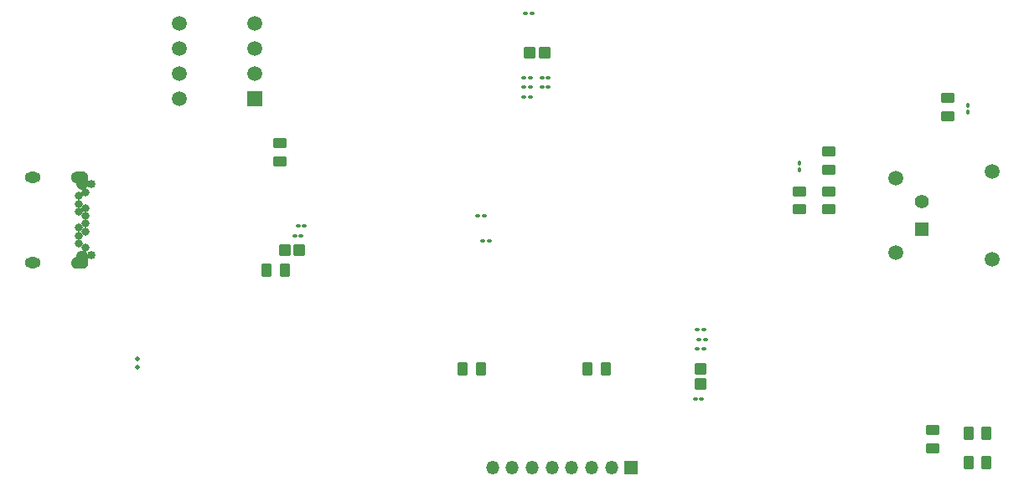
<source format=gbr>
%TF.GenerationSoftware,KiCad,Pcbnew,8.0.2*%
%TF.CreationDate,2025-01-28T20:19:24-08:00*%
%TF.ProjectId,design_revb_2chip,64657369-676e-45f7-9265-76625f326368,rev?*%
%TF.SameCoordinates,Original*%
%TF.FileFunction,Soldermask,Bot*%
%TF.FilePolarity,Negative*%
%FSLAX46Y46*%
G04 Gerber Fmt 4.6, Leading zero omitted, Abs format (unit mm)*
G04 Created by KiCad (PCBNEW 8.0.2) date 2025-01-28 20:19:24*
%MOMM*%
%LPD*%
G01*
G04 APERTURE LIST*
G04 Aperture macros list*
%AMRoundRect*
0 Rectangle with rounded corners*
0 $1 Rounding radius*
0 $2 $3 $4 $5 $6 $7 $8 $9 X,Y pos of 4 corners*
0 Add a 4 corners polygon primitive as box body*
4,1,4,$2,$3,$4,$5,$6,$7,$8,$9,$2,$3,0*
0 Add four circle primitives for the rounded corners*
1,1,$1+$1,$2,$3*
1,1,$1+$1,$4,$5*
1,1,$1+$1,$6,$7*
1,1,$1+$1,$8,$9*
0 Add four rect primitives between the rounded corners*
20,1,$1+$1,$2,$3,$4,$5,0*
20,1,$1+$1,$4,$5,$6,$7,0*
20,1,$1+$1,$6,$7,$8,$9,0*
20,1,$1+$1,$8,$9,$2,$3,0*%
G04 Aperture macros list end*
%ADD10C,0.010000*%
%ADD11C,0.499999*%
%ADD12C,0.850000*%
%ADD13C,0.804000*%
%ADD14O,1.604000X1.104000*%
%ADD15R,1.350000X1.350000*%
%ADD16O,1.350000X1.350000*%
%ADD17R,1.498600X1.498600*%
%ADD18C,1.498600*%
%ADD19RoundRect,0.102000X0.500000X0.485000X-0.500000X0.485000X-0.500000X-0.485000X0.500000X-0.485000X0*%
%ADD20RoundRect,0.250000X-0.262500X-0.450000X0.262500X-0.450000X0.262500X0.450000X-0.262500X0.450000X0*%
%ADD21RoundRect,0.250000X-0.450000X0.262500X-0.450000X-0.262500X0.450000X-0.262500X0.450000X0.262500X0*%
%ADD22RoundRect,0.250000X0.450000X-0.262500X0.450000X0.262500X-0.450000X0.262500X-0.450000X-0.262500X0*%
%ADD23RoundRect,0.100000X-0.130000X-0.100000X0.130000X-0.100000X0.130000X0.100000X-0.130000X0.100000X0*%
%ADD24RoundRect,0.100000X0.130000X0.100000X-0.130000X0.100000X-0.130000X-0.100000X0.130000X-0.100000X0*%
%ADD25RoundRect,0.100000X0.100000X-0.130000X0.100000X0.130000X-0.100000X0.130000X-0.100000X-0.130000X0*%
%ADD26RoundRect,0.102000X0.485000X-0.500000X0.485000X0.500000X-0.485000X0.500000X-0.485000X-0.500000X0*%
%ADD27RoundRect,0.250000X0.262500X0.450000X-0.262500X0.450000X-0.262500X-0.450000X0.262500X-0.450000X0*%
%ADD28R,1.400000X1.400000*%
%ADD29C,1.400000*%
%ADD30C,1.500000*%
G04 APERTURE END LIST*
D10*
%TO.C,J4*%
X159529000Y-69021000D02*
X159557000Y-69023000D01*
X159586000Y-69027000D01*
X159614000Y-69032000D01*
X159642000Y-69039000D01*
X159670000Y-69047000D01*
X159697000Y-69057000D01*
X159724000Y-69068000D01*
X159750000Y-69080000D01*
X159775000Y-69094000D01*
X159800000Y-69109000D01*
X159823000Y-69125000D01*
X159846000Y-69143000D01*
X159868000Y-69161000D01*
X159889000Y-69181000D01*
X159909000Y-69202000D01*
X159927000Y-69224000D01*
X159945000Y-69247000D01*
X159961000Y-69270000D01*
X159976000Y-69295000D01*
X159990000Y-69320000D01*
X160002000Y-69346000D01*
X160013000Y-69373000D01*
X160023000Y-69400000D01*
X160031000Y-69428000D01*
X160038000Y-69456000D01*
X160043000Y-69484000D01*
X160047000Y-69513000D01*
X160049000Y-69541000D01*
X160050000Y-69570000D01*
X160050000Y-70220000D01*
X160047000Y-70277000D01*
X160038000Y-70334000D01*
X160023000Y-70390000D01*
X160002000Y-70444000D01*
X159976000Y-70495000D01*
X159945000Y-70543000D01*
X159909000Y-70588000D01*
X159868000Y-70629000D01*
X159823000Y-70665000D01*
X159775000Y-70696000D01*
X159724000Y-70722000D01*
X159670000Y-70743000D01*
X159614000Y-70758000D01*
X159557000Y-70767000D01*
X159500000Y-70770000D01*
X159443000Y-70767000D01*
X159386000Y-70758000D01*
X159330000Y-70743000D01*
X159276000Y-70722000D01*
X159225000Y-70696000D01*
X159177000Y-70665000D01*
X159132000Y-70629000D01*
X159091000Y-70588000D01*
X159055000Y-70543000D01*
X159024000Y-70495000D01*
X158998000Y-70444000D01*
X158977000Y-70390000D01*
X158962000Y-70334000D01*
X158953000Y-70277000D01*
X158950000Y-70220000D01*
X158950000Y-70120000D01*
X158889000Y-70114000D01*
X158833000Y-70102000D01*
X158778000Y-70084000D01*
X158725000Y-70061000D01*
X158675000Y-70032000D01*
X158629000Y-69998000D01*
X158586000Y-69959000D01*
X158547000Y-69916000D01*
X158513000Y-69870000D01*
X158484000Y-69820000D01*
X158461000Y-69767000D01*
X158443000Y-69712000D01*
X158431000Y-69656000D01*
X158425000Y-69599000D01*
X158425000Y-69541000D01*
X158431000Y-69484000D01*
X158443000Y-69428000D01*
X158461000Y-69373000D01*
X158484000Y-69320000D01*
X158513000Y-69270000D01*
X158547000Y-69224000D01*
X158586000Y-69181000D01*
X158629000Y-69142000D01*
X158675000Y-69108000D01*
X158725000Y-69079000D01*
X158778000Y-69056000D01*
X158833000Y-69038000D01*
X158889000Y-69026000D01*
X158946000Y-69020000D01*
X159000000Y-69020000D01*
X159500000Y-69020000D01*
X159529000Y-69021000D01*
G36*
X159529000Y-69021000D02*
G01*
X159557000Y-69023000D01*
X159586000Y-69027000D01*
X159614000Y-69032000D01*
X159642000Y-69039000D01*
X159670000Y-69047000D01*
X159697000Y-69057000D01*
X159724000Y-69068000D01*
X159750000Y-69080000D01*
X159775000Y-69094000D01*
X159800000Y-69109000D01*
X159823000Y-69125000D01*
X159846000Y-69143000D01*
X159868000Y-69161000D01*
X159889000Y-69181000D01*
X159909000Y-69202000D01*
X159927000Y-69224000D01*
X159945000Y-69247000D01*
X159961000Y-69270000D01*
X159976000Y-69295000D01*
X159990000Y-69320000D01*
X160002000Y-69346000D01*
X160013000Y-69373000D01*
X160023000Y-69400000D01*
X160031000Y-69428000D01*
X160038000Y-69456000D01*
X160043000Y-69484000D01*
X160047000Y-69513000D01*
X160049000Y-69541000D01*
X160050000Y-69570000D01*
X160050000Y-70220000D01*
X160047000Y-70277000D01*
X160038000Y-70334000D01*
X160023000Y-70390000D01*
X160002000Y-70444000D01*
X159976000Y-70495000D01*
X159945000Y-70543000D01*
X159909000Y-70588000D01*
X159868000Y-70629000D01*
X159823000Y-70665000D01*
X159775000Y-70696000D01*
X159724000Y-70722000D01*
X159670000Y-70743000D01*
X159614000Y-70758000D01*
X159557000Y-70767000D01*
X159500000Y-70770000D01*
X159443000Y-70767000D01*
X159386000Y-70758000D01*
X159330000Y-70743000D01*
X159276000Y-70722000D01*
X159225000Y-70696000D01*
X159177000Y-70665000D01*
X159132000Y-70629000D01*
X159091000Y-70588000D01*
X159055000Y-70543000D01*
X159024000Y-70495000D01*
X158998000Y-70444000D01*
X158977000Y-70390000D01*
X158962000Y-70334000D01*
X158953000Y-70277000D01*
X158950000Y-70220000D01*
X158950000Y-70120000D01*
X158889000Y-70114000D01*
X158833000Y-70102000D01*
X158778000Y-70084000D01*
X158725000Y-70061000D01*
X158675000Y-70032000D01*
X158629000Y-69998000D01*
X158586000Y-69959000D01*
X158547000Y-69916000D01*
X158513000Y-69870000D01*
X158484000Y-69820000D01*
X158461000Y-69767000D01*
X158443000Y-69712000D01*
X158431000Y-69656000D01*
X158425000Y-69599000D01*
X158425000Y-69541000D01*
X158431000Y-69484000D01*
X158443000Y-69428000D01*
X158461000Y-69373000D01*
X158484000Y-69320000D01*
X158513000Y-69270000D01*
X158547000Y-69224000D01*
X158586000Y-69181000D01*
X158629000Y-69142000D01*
X158675000Y-69108000D01*
X158725000Y-69079000D01*
X158778000Y-69056000D01*
X158833000Y-69038000D01*
X158889000Y-69026000D01*
X158946000Y-69020000D01*
X159000000Y-69020000D01*
X159500000Y-69020000D01*
X159529000Y-69021000D01*
G37*
X159557000Y-77033000D02*
X159614000Y-77042000D01*
X159670000Y-77057000D01*
X159724000Y-77078000D01*
X159775000Y-77104000D01*
X159823000Y-77135000D01*
X159868000Y-77171000D01*
X159909000Y-77212000D01*
X159945000Y-77257000D01*
X159976000Y-77305000D01*
X160002000Y-77356000D01*
X160023000Y-77410000D01*
X160038000Y-77466000D01*
X160047000Y-77523000D01*
X160050000Y-77580000D01*
X160050000Y-78230000D01*
X160049000Y-78259000D01*
X160047000Y-78287000D01*
X160043000Y-78316000D01*
X160038000Y-78344000D01*
X160031000Y-78372000D01*
X160023000Y-78400000D01*
X160013000Y-78427000D01*
X160002000Y-78454000D01*
X159990000Y-78480000D01*
X159976000Y-78505000D01*
X159961000Y-78530000D01*
X159945000Y-78553000D01*
X159927000Y-78576000D01*
X159909000Y-78598000D01*
X159889000Y-78619000D01*
X159868000Y-78639000D01*
X159846000Y-78657000D01*
X159823000Y-78675000D01*
X159800000Y-78691000D01*
X159775000Y-78706000D01*
X159750000Y-78720000D01*
X159724000Y-78732000D01*
X159697000Y-78743000D01*
X159670000Y-78753000D01*
X159642000Y-78761000D01*
X159614000Y-78768000D01*
X159586000Y-78773000D01*
X159557000Y-78777000D01*
X159529000Y-78779000D01*
X159500000Y-78780000D01*
X159000000Y-78780000D01*
X158946000Y-78780000D01*
X158889000Y-78774000D01*
X158833000Y-78762000D01*
X158778000Y-78744000D01*
X158725000Y-78721000D01*
X158675000Y-78692000D01*
X158629000Y-78658000D01*
X158586000Y-78619000D01*
X158547000Y-78576000D01*
X158513000Y-78530000D01*
X158484000Y-78480000D01*
X158461000Y-78427000D01*
X158443000Y-78372000D01*
X158431000Y-78316000D01*
X158425000Y-78259000D01*
X158425000Y-78201000D01*
X158431000Y-78144000D01*
X158443000Y-78088000D01*
X158461000Y-78033000D01*
X158484000Y-77980000D01*
X158513000Y-77930000D01*
X158547000Y-77884000D01*
X158586000Y-77841000D01*
X158629000Y-77802000D01*
X158675000Y-77768000D01*
X158725000Y-77739000D01*
X158778000Y-77716000D01*
X158833000Y-77698000D01*
X158889000Y-77686000D01*
X158950000Y-77680000D01*
X158950000Y-77580000D01*
X158953000Y-77523000D01*
X158962000Y-77466000D01*
X158977000Y-77410000D01*
X158998000Y-77356000D01*
X159024000Y-77305000D01*
X159055000Y-77257000D01*
X159091000Y-77212000D01*
X159132000Y-77171000D01*
X159177000Y-77135000D01*
X159225000Y-77104000D01*
X159276000Y-77078000D01*
X159330000Y-77057000D01*
X159386000Y-77042000D01*
X159443000Y-77033000D01*
X159500000Y-77030000D01*
X159557000Y-77033000D01*
G36*
X159557000Y-77033000D02*
G01*
X159614000Y-77042000D01*
X159670000Y-77057000D01*
X159724000Y-77078000D01*
X159775000Y-77104000D01*
X159823000Y-77135000D01*
X159868000Y-77171000D01*
X159909000Y-77212000D01*
X159945000Y-77257000D01*
X159976000Y-77305000D01*
X160002000Y-77356000D01*
X160023000Y-77410000D01*
X160038000Y-77466000D01*
X160047000Y-77523000D01*
X160050000Y-77580000D01*
X160050000Y-78230000D01*
X160049000Y-78259000D01*
X160047000Y-78287000D01*
X160043000Y-78316000D01*
X160038000Y-78344000D01*
X160031000Y-78372000D01*
X160023000Y-78400000D01*
X160013000Y-78427000D01*
X160002000Y-78454000D01*
X159990000Y-78480000D01*
X159976000Y-78505000D01*
X159961000Y-78530000D01*
X159945000Y-78553000D01*
X159927000Y-78576000D01*
X159909000Y-78598000D01*
X159889000Y-78619000D01*
X159868000Y-78639000D01*
X159846000Y-78657000D01*
X159823000Y-78675000D01*
X159800000Y-78691000D01*
X159775000Y-78706000D01*
X159750000Y-78720000D01*
X159724000Y-78732000D01*
X159697000Y-78743000D01*
X159670000Y-78753000D01*
X159642000Y-78761000D01*
X159614000Y-78768000D01*
X159586000Y-78773000D01*
X159557000Y-78777000D01*
X159529000Y-78779000D01*
X159500000Y-78780000D01*
X159000000Y-78780000D01*
X158946000Y-78780000D01*
X158889000Y-78774000D01*
X158833000Y-78762000D01*
X158778000Y-78744000D01*
X158725000Y-78721000D01*
X158675000Y-78692000D01*
X158629000Y-78658000D01*
X158586000Y-78619000D01*
X158547000Y-78576000D01*
X158513000Y-78530000D01*
X158484000Y-78480000D01*
X158461000Y-78427000D01*
X158443000Y-78372000D01*
X158431000Y-78316000D01*
X158425000Y-78259000D01*
X158425000Y-78201000D01*
X158431000Y-78144000D01*
X158443000Y-78088000D01*
X158461000Y-78033000D01*
X158484000Y-77980000D01*
X158513000Y-77930000D01*
X158547000Y-77884000D01*
X158586000Y-77841000D01*
X158629000Y-77802000D01*
X158675000Y-77768000D01*
X158725000Y-77739000D01*
X158778000Y-77716000D01*
X158833000Y-77698000D01*
X158889000Y-77686000D01*
X158950000Y-77680000D01*
X158950000Y-77580000D01*
X158953000Y-77523000D01*
X158962000Y-77466000D01*
X158977000Y-77410000D01*
X158998000Y-77356000D01*
X159024000Y-77305000D01*
X159055000Y-77257000D01*
X159091000Y-77212000D01*
X159132000Y-77171000D01*
X159177000Y-77135000D01*
X159225000Y-77104000D01*
X159276000Y-77078000D01*
X159330000Y-77057000D01*
X159386000Y-77042000D01*
X159443000Y-77033000D01*
X159500000Y-77030000D01*
X159557000Y-77033000D01*
G37*
%TD*%
D11*
%TO.C,U2*%
X165087500Y-88000000D03*
X165087500Y-88799998D03*
%TD*%
D12*
%TO.C,J4*%
X160500000Y-70300000D03*
X160500000Y-77500000D03*
D13*
X159850000Y-76700000D03*
X159150000Y-76300000D03*
X159150000Y-75500000D03*
X159850000Y-75100000D03*
X159150000Y-74700000D03*
X159850000Y-74300000D03*
X159850000Y-73500000D03*
X159150000Y-73100000D03*
X159850000Y-72700000D03*
X159150000Y-72300000D03*
X159150000Y-71500000D03*
X159850000Y-71100000D03*
D14*
X154500000Y-69570000D03*
X154500000Y-78230000D03*
%TD*%
D15*
%TO.C,J2*%
X215000000Y-99000000D03*
D16*
X213000000Y-99000000D03*
X211000000Y-99000000D03*
X209000000Y-99000000D03*
X207000000Y-99000000D03*
X205000000Y-99000000D03*
X203000000Y-99000000D03*
X201000000Y-99000000D03*
%TD*%
D17*
%TO.C,U3*%
X177000000Y-61620000D03*
D18*
X177000000Y-59080000D03*
X177000000Y-56540000D03*
X177000000Y-54000000D03*
X169380000Y-54000000D03*
X169380000Y-56540000D03*
X169380000Y-59080000D03*
X169380000Y-61620000D03*
%TD*%
D19*
%TO.C,FB1*%
X181500000Y-77000000D03*
X180030000Y-77000000D03*
%TD*%
%TO.C,FL2*%
X206235000Y-57000000D03*
X204765000Y-57000000D03*
%TD*%
D20*
%TO.C,R22*%
X249087500Y-95500000D03*
X250912500Y-95500000D03*
%TD*%
%TO.C,R1*%
X198000000Y-89000000D03*
X199825000Y-89000000D03*
%TD*%
D21*
%TO.C,R21*%
X245500000Y-95175000D03*
X245500000Y-97000000D03*
%TD*%
D22*
%TO.C,R7*%
X179500000Y-68000000D03*
X179500000Y-66175000D03*
%TD*%
D20*
%TO.C,R10*%
X178175000Y-79000000D03*
X180000000Y-79000000D03*
%TD*%
D22*
%TO.C,R18*%
X235000000Y-72858900D03*
X235000000Y-71033900D03*
%TD*%
D23*
%TO.C,C35*%
X204180000Y-59500000D03*
X204820000Y-59500000D03*
%TD*%
D24*
%TO.C,C30*%
X205000000Y-53000000D03*
X204360000Y-53000000D03*
%TD*%
D21*
%TO.C,R30*%
X247000000Y-61587500D03*
X247000000Y-63412500D03*
%TD*%
D25*
%TO.C,C50*%
X249000000Y-62975000D03*
X249000000Y-62335000D03*
%TD*%
D23*
%TO.C,C12*%
X200025000Y-76000000D03*
X200665000Y-76000000D03*
%TD*%
D24*
%TO.C,C11*%
X181640000Y-75500000D03*
X181000000Y-75500000D03*
%TD*%
D23*
%TO.C,C4*%
X199525000Y-73500000D03*
X200165000Y-73500000D03*
%TD*%
D26*
%TO.C,FL4*%
X222000000Y-90500000D03*
X222000000Y-89030000D03*
%TD*%
D23*
%TO.C,C45*%
X204180000Y-61500000D03*
X204820000Y-61500000D03*
%TD*%
%TO.C,C40*%
X204180000Y-60500000D03*
X204820000Y-60500000D03*
%TD*%
D24*
%TO.C,C48*%
X222320000Y-85000000D03*
X221680000Y-85000000D03*
%TD*%
D23*
%TO.C,C32*%
X221500000Y-92000000D03*
X222140000Y-92000000D03*
%TD*%
D24*
%TO.C,C43*%
X222500000Y-86000000D03*
X221860000Y-86000000D03*
%TD*%
D23*
%TO.C,C36*%
X206000000Y-59500000D03*
X206640000Y-59500000D03*
%TD*%
%TO.C,C44*%
X206000000Y-60500000D03*
X206640000Y-60500000D03*
%TD*%
D27*
%TO.C,R24*%
X250912500Y-98500000D03*
X249087500Y-98500000D03*
%TD*%
D28*
%TO.C,J3*%
X244350000Y-74850000D03*
D29*
X244350000Y-72050000D03*
D30*
X241750000Y-69650000D03*
X241750000Y-77250000D03*
X251500000Y-69000000D03*
X251500000Y-77900000D03*
%TD*%
D24*
%TO.C,C9*%
X182000000Y-74500000D03*
X181360000Y-74500000D03*
%TD*%
D25*
%TO.C,C29*%
X232000000Y-68820000D03*
X232000000Y-68180000D03*
%TD*%
D27*
%TO.C,R20*%
X212412500Y-89000000D03*
X210587500Y-89000000D03*
%TD*%
D24*
%TO.C,C39*%
X222320000Y-87000000D03*
X221680000Y-87000000D03*
%TD*%
D22*
%TO.C,R17*%
X232000000Y-72858900D03*
X232000000Y-71033900D03*
%TD*%
%TO.C,R19*%
X235000000Y-68825000D03*
X235000000Y-67000000D03*
%TD*%
M02*

</source>
